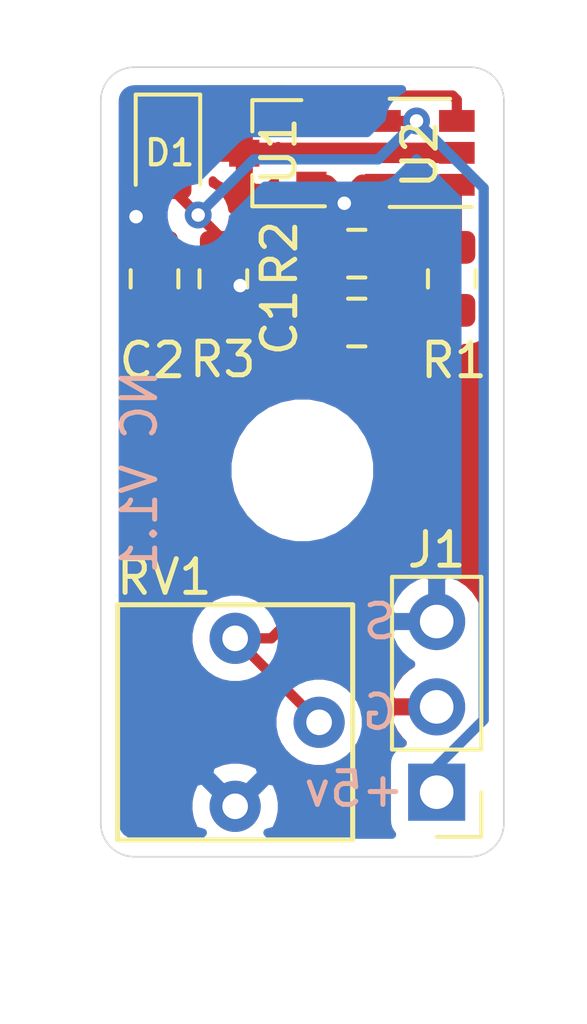
<source format=kicad_pcb>
(kicad_pcb (version 20171130) (host pcbnew "(5.1.5)-3")

  (general
    (thickness 1.6)
    (drawings 12)
    (tracks 58)
    (zones 0)
    (modules 11)
    (nets 7)
  )

  (page A4)
  (layers
    (0 F.Cu signal)
    (31 B.Cu signal)
    (32 B.Adhes user)
    (33 F.Adhes user)
    (34 B.Paste user)
    (35 F.Paste user)
    (36 B.SilkS user)
    (37 F.SilkS user)
    (38 B.Mask user)
    (39 F.Mask user)
    (40 Dwgs.User user)
    (41 Cmts.User user)
    (42 Eco1.User user)
    (43 Eco2.User user)
    (44 Edge.Cuts user)
    (45 Margin user)
    (46 B.CrtYd user)
    (47 F.CrtYd user)
    (48 B.Fab user)
    (49 F.Fab user)
  )

  (setup
    (last_trace_width 0.3048)
    (trace_clearance 0.2032)
    (zone_clearance 0.508)
    (zone_45_only no)
    (trace_min 0.2)
    (via_size 0.8)
    (via_drill 0.4)
    (via_min_size 0.4)
    (via_min_drill 0.3)
    (uvia_size 0.3)
    (uvia_drill 0.1)
    (uvias_allowed no)
    (uvia_min_size 0.2)
    (uvia_min_drill 0.1)
    (edge_width 0.05)
    (segment_width 0.2)
    (pcb_text_width 0.3)
    (pcb_text_size 1.5 1.5)
    (mod_edge_width 0.12)
    (mod_text_size 1 1)
    (mod_text_width 0.15)
    (pad_size 1.524 1.524)
    (pad_drill 0.762)
    (pad_to_mask_clearance 0.051)
    (solder_mask_min_width 0.25)
    (aux_axis_origin 0 0)
    (visible_elements 7FFDFFFF)
    (pcbplotparams
      (layerselection 0x010fc_ffffffff)
      (usegerberextensions false)
      (usegerberattributes false)
      (usegerberadvancedattributes false)
      (creategerberjobfile true)
      (excludeedgelayer true)
      (linewidth 0.100000)
      (plotframeref false)
      (viasonmask false)
      (mode 1)
      (useauxorigin false)
      (hpglpennumber 1)
      (hpglpenspeed 20)
      (hpglpendiameter 15.000000)
      (psnegative false)
      (psa4output false)
      (plotreference true)
      (plotvalue true)
      (plotinvisibletext false)
      (padsonsilk false)
      (subtractmaskfromsilk true)
      (outputformat 1)
      (mirror false)
      (drillshape 0)
      (scaleselection 1)
      (outputdirectory "Gerbers/"))
  )

  (net 0 "")
  (net 1 GND)
  (net 2 "Net-(C1-Pad1)")
  (net 3 +5V)
  (net 4 Signal)
  (net 5 "Net-(R1-Pad1)")
  (net 6 "Net-(U1-Pad2)")

  (net_class Default "This is the default net class."
    (clearance 0.2032)
    (trace_width 0.3048)
    (via_dia 0.8)
    (via_drill 0.4)
    (uvia_dia 0.3)
    (uvia_drill 0.1)
    (add_net "Net-(C1-Pad1)")
    (add_net "Net-(R1-Pad1)")
    (add_net "Net-(U1-Pad2)")
    (add_net Signal)
  )

  (net_class Power ""
    (clearance 0.2032)
    (trace_width 0.6096)
    (via_dia 0.8)
    (via_drill 0.4)
    (uvia_dia 0.3)
    (uvia_drill 0.1)
    (add_net +5V)
    (add_net GND)
  )

  (module HallEffect:MountingHole_3.2mm_M3 (layer F.Cu) (tedit 56D1B4CB) (tstamp 6007B9B3)
    (at 144 69)
    (descr "Mounting Hole 3.2mm, no annular, M3")
    (tags "mounting hole 3.2mm no annular m3")
    (path /60082DD5)
    (attr virtual)
    (fp_text reference H1 (at 0.1 0.05) (layer F.SilkS)
      (effects (font (size 1 1) (thickness 0.15)))
    )
    (fp_text value MountingHole (at 0 4.2) (layer F.Fab)
      (effects (font (size 1 1) (thickness 0.15)))
    )
    (fp_circle (center 0 0) (end 3.45 0) (layer F.CrtYd) (width 0.05))
    (fp_circle (center 0 0) (end 3.2 0) (layer Cmts.User) (width 0.15))
    (fp_text user %R (at 0.3 0) (layer F.Fab)
      (effects (font (size 1 1) (thickness 0.15)))
    )
    (pad 1 np_thru_hole circle (at 0 0) (size 3.2 3.2) (drill 3.2) (layers *.Cu *.Mask))
  )

  (module Package_TO_SOT_SMD:SOT-23-5 (layer F.Cu) (tedit 5A02FF57) (tstamp 6007B202)
    (at 147.5 59.55 180)
    (descr "5-pin SOT23 package")
    (tags SOT-23-5)
    (path /6007B14C)
    (attr smd)
    (fp_text reference U2 (at 0 -0.05 90) (layer F.SilkS)
      (effects (font (size 1 1) (thickness 0.15)))
    )
    (fp_text value TL331 (at 0 2.9) (layer F.Fab)
      (effects (font (size 1 1) (thickness 0.15)))
    )
    (fp_line (start 0.9 -1.55) (end 0.9 1.55) (layer F.Fab) (width 0.1))
    (fp_line (start 0.9 1.55) (end -0.9 1.55) (layer F.Fab) (width 0.1))
    (fp_line (start -0.9 -0.9) (end -0.9 1.55) (layer F.Fab) (width 0.1))
    (fp_line (start 0.9 -1.55) (end -0.25 -1.55) (layer F.Fab) (width 0.1))
    (fp_line (start -0.9 -0.9) (end -0.25 -1.55) (layer F.Fab) (width 0.1))
    (fp_line (start -1.9 1.8) (end -1.9 -1.8) (layer F.CrtYd) (width 0.05))
    (fp_line (start 1.9 1.8) (end -1.9 1.8) (layer F.CrtYd) (width 0.05))
    (fp_line (start 1.9 -1.8) (end 1.9 1.8) (layer F.CrtYd) (width 0.05))
    (fp_line (start -1.9 -1.8) (end 1.9 -1.8) (layer F.CrtYd) (width 0.05))
    (fp_line (start 0.9 -1.61) (end -1.55 -1.61) (layer F.SilkS) (width 0.12))
    (fp_line (start -0.9 1.61) (end 0.9 1.61) (layer F.SilkS) (width 0.12))
    (fp_text user %R (at 0 0 90) (layer F.Fab)
      (effects (font (size 0.5 0.5) (thickness 0.075)))
    )
    (pad 5 smd rect (at 1.1 -0.95 180) (size 1.06 0.65) (layers F.Cu F.Paste F.Mask)
      (net 3 +5V))
    (pad 4 smd rect (at 1.1 0.95 180) (size 1.06 0.65) (layers F.Cu F.Paste F.Mask)
      (net 4 Signal))
    (pad 3 smd rect (at -1.1 0.95 180) (size 1.06 0.65) (layers F.Cu F.Paste F.Mask)
      (net 6 "Net-(U1-Pad2)"))
    (pad 2 smd rect (at -1.1 0 180) (size 1.06 0.65) (layers F.Cu F.Paste F.Mask)
      (net 1 GND))
    (pad 1 smd rect (at -1.1 -0.95 180) (size 1.06 0.65) (layers F.Cu F.Paste F.Mask)
      (net 2 "Net-(C1-Pad1)"))
    (model ${KISYS3DMOD}/Package_TO_SOT_SMD.3dshapes/SOT-23-5.wrl
      (at (xyz 0 0 0))
      (scale (xyz 1 1 1))
      (rotate (xyz 0 0 0))
    )
  )

  (module HallEffect:SOT-23 (layer F.Cu) (tedit 5EB075FF) (tstamp 6007C55F)
    (at 143.272 59.5605 180)
    (descr "SOT-23, Standard")
    (tags SOT-23)
    (path /5FEA3EB5)
    (attr smd)
    (fp_text reference U1 (at -0.028 0.0605 90) (layer F.SilkS)
      (effects (font (size 1 1) (thickness 0.15)))
    )
    (fp_text value SS49E (at 0 2.5) (layer F.Fab)
      (effects (font (size 1 1) (thickness 0.15)))
    )
    (fp_text user %R (at 0 0 90) (layer F.Fab)
      (effects (font (size 0.5 0.5) (thickness 0.075)))
    )
    (fp_line (start -0.7 -0.95) (end -0.7 1.5) (layer F.Fab) (width 0.1))
    (fp_line (start -0.15 -1.52) (end 0.7 -1.52) (layer F.Fab) (width 0.1))
    (fp_line (start -0.7 -0.95) (end -0.15 -1.52) (layer F.Fab) (width 0.1))
    (fp_line (start 0.7 -1.52) (end 0.7 1.52) (layer F.Fab) (width 0.1))
    (fp_line (start -0.7 1.52) (end 0.7 1.52) (layer F.Fab) (width 0.1))
    (fp_line (start 0.76 1.58) (end 0.76 0.65) (layer F.SilkS) (width 0.12))
    (fp_line (start 0.76 -1.58) (end 0.76 -0.65) (layer F.SilkS) (width 0.12))
    (fp_line (start -1.7 -1.75) (end 1.7 -1.75) (layer F.CrtYd) (width 0.05))
    (fp_line (start 1.7 -1.75) (end 1.7 1.75) (layer F.CrtYd) (width 0.05))
    (fp_line (start 1.7 1.75) (end -1.7 1.75) (layer F.CrtYd) (width 0.05))
    (fp_line (start -1.7 1.75) (end -1.7 -1.75) (layer F.CrtYd) (width 0.05))
    (fp_line (start 0.76 -1.58) (end -1.4 -1.58) (layer F.SilkS) (width 0.12))
    (fp_line (start 0.76 1.58) (end -0.7 1.58) (layer F.SilkS) (width 0.12))
    (pad 1 smd rect (at -1 -0.95 180) (size 0.9 0.8) (layers F.Cu F.Paste F.Mask)
      (net 3 +5V))
    (pad 2 smd rect (at -1 0.95 180) (size 0.9 0.8) (layers F.Cu F.Paste F.Mask)
      (net 6 "Net-(U1-Pad2)"))
    (pad 3 smd rect (at 1 0 180) (size 0.9 0.8) (layers F.Cu F.Paste F.Mask)
      (net 1 GND))
    (model ${KIPRJMOD}/Library/3D_Packages/SOT-23.step
      (at (xyz 0 0 0))
      (scale (xyz 1 1 1))
      (rotate (xyz 0 0 0))
    )
  )

  (module HallEffect:CT6EP103 (layer F.Cu) (tedit 5EFFC1F9) (tstamp 5FEC5C1C)
    (at 142 76.5 270)
    (path /5FEAFE4B)
    (fp_text reference RV1 (at -4.324 2.1095 180) (layer F.SilkS)
      (effects (font (size 1 1) (thickness 0.15)))
    )
    (fp_text value 10K (at 0 -4.5 90) (layer F.Fab)
      (effects (font (size 1 1) (thickness 0.15)))
    )
    (fp_line (start 3.5 -3.5) (end 0 -3.5) (layer F.SilkS) (width 0.15))
    (fp_line (start 3.5 3.5) (end 3.5 -3.5) (layer F.SilkS) (width 0.15))
    (fp_line (start -3.5 3.5) (end 3.5 3.5) (layer F.SilkS) (width 0.15))
    (fp_line (start -3.5 -3.5) (end -3.5 3.5) (layer F.SilkS) (width 0.15))
    (fp_line (start 0 -3.5) (end -3.5 -3.5) (layer F.SilkS) (width 0.15))
    (pad 3 thru_hole circle (at 2.5 0 270) (size 1.524 1.524) (drill 0.762) (layers *.Cu *.Mask)
      (net 3 +5V))
    (pad 2 thru_hole circle (at 0 -2.5 270) (size 1.524 1.524) (drill 0.762) (layers *.Cu *.Mask)
      (net 5 "Net-(R1-Pad1)"))
    (pad 1 thru_hole circle (at -2.5 0 270) (size 1.524 1.524) (drill 0.762) (layers *.Cu *.Mask)
      (net 5 "Net-(R1-Pad1)"))
    (model "${KIPRJMOD}/Library/3D_Packages/CT-6EP10k_(103).stp"
      (offset (xyz 0 0 5.8))
      (scale (xyz 1 1 1))
      (rotate (xyz 0 0 0))
    )
  )

  (module HallEffect:R_0805_2012Metric (layer F.Cu) (tedit 5EB075F5) (tstamp 6007C697)
    (at 141.65 63.3 90)
    (descr "Resistor SMD 0805 (2012 Metric), square (rectangular) end terminal, IPC_7351 nominal, (Body size source: https://docs.google.com/spreadsheets/d/1BsfQQcO9C6DZCsRaXUlFlo91Tg2WpOkGARC1WS5S8t0/edit?usp=sharing), generated with kicad-footprint-generator")
    (tags resistor)
    (path /5FEB5185)
    (attr smd)
    (fp_text reference R3 (at -2.4 -0.0185 180) (layer F.SilkS)
      (effects (font (size 1 1) (thickness 0.15)))
    )
    (fp_text value 1k (at 3.3805 -0.0635 90) (layer F.Fab)
      (effects (font (size 1 1) (thickness 0.15)))
    )
    (fp_text user %R (at 0 0 90) (layer F.Fab)
      (effects (font (size 0.5 0.5) (thickness 0.08)))
    )
    (fp_line (start 1.68 0.95) (end -1.68 0.95) (layer F.CrtYd) (width 0.05))
    (fp_line (start 1.68 -0.95) (end 1.68 0.95) (layer F.CrtYd) (width 0.05))
    (fp_line (start -1.68 -0.95) (end 1.68 -0.95) (layer F.CrtYd) (width 0.05))
    (fp_line (start -1.68 0.95) (end -1.68 -0.95) (layer F.CrtYd) (width 0.05))
    (fp_line (start -0.258578 0.71) (end 0.258578 0.71) (layer F.SilkS) (width 0.12))
    (fp_line (start -0.258578 -0.71) (end 0.258578 -0.71) (layer F.SilkS) (width 0.12))
    (fp_line (start 1 0.6) (end -1 0.6) (layer F.Fab) (width 0.1))
    (fp_line (start 1 -0.6) (end 1 0.6) (layer F.Fab) (width 0.1))
    (fp_line (start -1 -0.6) (end 1 -0.6) (layer F.Fab) (width 0.1))
    (fp_line (start -1 0.6) (end -1 -0.6) (layer F.Fab) (width 0.1))
    (pad 2 smd roundrect (at 0.9375 0 90) (size 0.975 1.4) (layers F.Cu F.Paste F.Mask) (roundrect_rratio 0.25)
      (net 4 Signal))
    (pad 1 smd roundrect (at -0.9375 0 90) (size 0.975 1.4) (layers F.Cu F.Paste F.Mask) (roundrect_rratio 0.25)
      (net 3 +5V))
    (model ${KIPRJMOD}/Library/3D_Packages/R_0805_2012Metric.step
      (at (xyz 0 0 0))
      (scale (xyz 1 1 1))
      (rotate (xyz 0 0 0))
    )
  )

  (module HallEffect:R_0805_2012Metric (layer F.Cu) (tedit 5EB075F5) (tstamp 6007C2F3)
    (at 145.6205 62.55 180)
    (descr "Resistor SMD 0805 (2012 Metric), square (rectangular) end terminal, IPC_7351 nominal, (Body size source: https://docs.google.com/spreadsheets/d/1BsfQQcO9C6DZCsRaXUlFlo91Tg2WpOkGARC1WS5S8t0/edit?usp=sharing), generated with kicad-footprint-generator")
    (tags resistor)
    (path /5FEADFC8)
    (attr smd)
    (fp_text reference R2 (at 2.301 0 270) (layer F.SilkS)
      (effects (font (size 1 1) (thickness 0.15)))
    )
    (fp_text value 10K (at 0.3325 1.4605) (layer F.Fab)
      (effects (font (size 1 1) (thickness 0.15)))
    )
    (fp_text user %R (at 0 0) (layer F.Fab)
      (effects (font (size 0.5 0.5) (thickness 0.08)))
    )
    (fp_line (start 1.68 0.95) (end -1.68 0.95) (layer F.CrtYd) (width 0.05))
    (fp_line (start 1.68 -0.95) (end 1.68 0.95) (layer F.CrtYd) (width 0.05))
    (fp_line (start -1.68 -0.95) (end 1.68 -0.95) (layer F.CrtYd) (width 0.05))
    (fp_line (start -1.68 0.95) (end -1.68 -0.95) (layer F.CrtYd) (width 0.05))
    (fp_line (start -0.258578 0.71) (end 0.258578 0.71) (layer F.SilkS) (width 0.12))
    (fp_line (start -0.258578 -0.71) (end 0.258578 -0.71) (layer F.SilkS) (width 0.12))
    (fp_line (start 1 0.6) (end -1 0.6) (layer F.Fab) (width 0.1))
    (fp_line (start 1 -0.6) (end 1 0.6) (layer F.Fab) (width 0.1))
    (fp_line (start -1 -0.6) (end 1 -0.6) (layer F.Fab) (width 0.1))
    (fp_line (start -1 0.6) (end -1 -0.6) (layer F.Fab) (width 0.1))
    (pad 2 smd roundrect (at 0.9375 0 180) (size 0.975 1.4) (layers F.Cu F.Paste F.Mask) (roundrect_rratio 0.25)
      (net 1 GND))
    (pad 1 smd roundrect (at -0.9375 0 180) (size 0.975 1.4) (layers F.Cu F.Paste F.Mask) (roundrect_rratio 0.25)
      (net 2 "Net-(C1-Pad1)"))
    (model ${KIPRJMOD}/Library/3D_Packages/R_0805_2012Metric.step
      (at (xyz 0 0 0))
      (scale (xyz 1 1 1))
      (rotate (xyz 0 0 0))
    )
  )

  (module HallEffect:R_0805_2012Metric (layer F.Cu) (tedit 5EB075F5) (tstamp 6007C3C8)
    (at 148.45 63.3 90)
    (descr "Resistor SMD 0805 (2012 Metric), square (rectangular) end terminal, IPC_7351 nominal, (Body size source: https://docs.google.com/spreadsheets/d/1BsfQQcO9C6DZCsRaXUlFlo91Tg2WpOkGARC1WS5S8t0/edit?usp=sharing), generated with kicad-footprint-generator")
    (tags resistor)
    (path /5FEAE921)
    (attr smd)
    (fp_text reference R1 (at -2.428 0.0635 180) (layer F.SilkS)
      (effects (font (size 1 1) (thickness 0.15)))
    )
    (fp_text value 1.0K (at 0 1.65 90) (layer F.Fab)
      (effects (font (size 1 1) (thickness 0.15)))
    )
    (fp_text user %R (at 0 0 90) (layer F.Fab)
      (effects (font (size 0.5 0.5) (thickness 0.08)))
    )
    (fp_line (start 1.68 0.95) (end -1.68 0.95) (layer F.CrtYd) (width 0.05))
    (fp_line (start 1.68 -0.95) (end 1.68 0.95) (layer F.CrtYd) (width 0.05))
    (fp_line (start -1.68 -0.95) (end 1.68 -0.95) (layer F.CrtYd) (width 0.05))
    (fp_line (start -1.68 0.95) (end -1.68 -0.95) (layer F.CrtYd) (width 0.05))
    (fp_line (start -0.258578 0.71) (end 0.258578 0.71) (layer F.SilkS) (width 0.12))
    (fp_line (start -0.258578 -0.71) (end 0.258578 -0.71) (layer F.SilkS) (width 0.12))
    (fp_line (start 1 0.6) (end -1 0.6) (layer F.Fab) (width 0.1))
    (fp_line (start 1 -0.6) (end 1 0.6) (layer F.Fab) (width 0.1))
    (fp_line (start -1 -0.6) (end 1 -0.6) (layer F.Fab) (width 0.1))
    (fp_line (start -1 0.6) (end -1 -0.6) (layer F.Fab) (width 0.1))
    (pad 2 smd roundrect (at 0.9375 0 90) (size 0.975 1.4) (layers F.Cu F.Paste F.Mask) (roundrect_rratio 0.25)
      (net 2 "Net-(C1-Pad1)"))
    (pad 1 smd roundrect (at -0.9375 0 90) (size 0.975 1.4) (layers F.Cu F.Paste F.Mask) (roundrect_rratio 0.25)
      (net 5 "Net-(R1-Pad1)"))
    (model ${KIPRJMOD}/Library/3D_Packages/R_0805_2012Metric.step
      (at (xyz 0 0 0))
      (scale (xyz 1 1 1))
      (rotate (xyz 0 0 0))
    )
  )

  (module HallEffect:PinHeader_1x03_P2.54mm_Vertical (layer F.Cu) (tedit 5EB075E6) (tstamp 5FEA0DBF)
    (at 148 78.58 180)
    (descr "Through hole straight pin header, 1x03, 2.54mm pitch, single row")
    (tags "Through hole pin header THT 1x03 2.54mm single row")
    (path /5FE9C107)
    (fp_text reference J1 (at 0 7.213) (layer F.SilkS)
      (effects (font (size 1 1) (thickness 0.15)))
    )
    (fp_text value Conn_01x03 (at 0 7.41) (layer F.Fab)
      (effects (font (size 1 1) (thickness 0.15)))
    )
    (fp_text user %R (at 0 2.54 90) (layer F.Fab)
      (effects (font (size 1 1) (thickness 0.15)))
    )
    (fp_line (start 1.8 -1.8) (end -1.8 -1.8) (layer F.CrtYd) (width 0.05))
    (fp_line (start 1.8 6.85) (end 1.8 -1.8) (layer F.CrtYd) (width 0.05))
    (fp_line (start -1.8 6.85) (end 1.8 6.85) (layer F.CrtYd) (width 0.05))
    (fp_line (start -1.8 -1.8) (end -1.8 6.85) (layer F.CrtYd) (width 0.05))
    (fp_line (start -1.33 -1.33) (end 0 -1.33) (layer F.SilkS) (width 0.12))
    (fp_line (start -1.33 0) (end -1.33 -1.33) (layer F.SilkS) (width 0.12))
    (fp_line (start -1.33 1.27) (end 1.33 1.27) (layer F.SilkS) (width 0.12))
    (fp_line (start 1.33 1.27) (end 1.33 6.41) (layer F.SilkS) (width 0.12))
    (fp_line (start -1.33 1.27) (end -1.33 6.41) (layer F.SilkS) (width 0.12))
    (fp_line (start -1.33 6.41) (end 1.33 6.41) (layer F.SilkS) (width 0.12))
    (fp_line (start -1.27 -0.635) (end -0.635 -1.27) (layer F.Fab) (width 0.1))
    (fp_line (start -1.27 6.35) (end -1.27 -0.635) (layer F.Fab) (width 0.1))
    (fp_line (start 1.27 6.35) (end -1.27 6.35) (layer F.Fab) (width 0.1))
    (fp_line (start 1.27 -1.27) (end 1.27 6.35) (layer F.Fab) (width 0.1))
    (fp_line (start -0.635 -1.27) (end 1.27 -1.27) (layer F.Fab) (width 0.1))
    (pad 3 thru_hole oval (at 0 5.08 180) (size 1.7 1.7) (drill 1) (layers *.Cu *.Mask)
      (net 3 +5V))
    (pad 2 thru_hole oval (at 0 2.54 180) (size 1.7 1.7) (drill 1) (layers *.Cu *.Mask)
      (net 1 GND))
    (pad 1 thru_hole rect (at 0 0 180) (size 1.7 1.7) (drill 1) (layers *.Cu *.Mask)
      (net 4 Signal))
    (model ${KIPRJMOD}/Library/3D_Packages/PinHeader_1x03_P2.54mm_Vertical.step
      (at (xyz 0 0 0))
      (scale (xyz 1 1 1))
      (rotate (xyz 0 0 0))
    )
  )

  (module HallEffect:LED_0805_2012Metric (layer F.Cu) (tedit 5EB07523) (tstamp 5FEC119A)
    (at 140 59.5 270)
    (descr "LED SMD 0805 (2012 Metric), square (rectangular) end terminal, IPC_7351 nominal, (Body size source: https://docs.google.com/spreadsheets/d/1BsfQQcO9C6DZCsRaXUlFlo91Tg2WpOkGARC1WS5S8t0/edit?usp=sharing), generated with kicad-footprint-generator")
    (tags diode)
    (path /5FEB5CD2)
    (attr smd)
    (fp_text reference D1 (at 0.05 -0.05) (layer F.SilkS)
      (effects (font (size 0.75 0.75) (thickness 0.125)))
    )
    (fp_text value LED (at 0 1.65 90) (layer F.Fab)
      (effects (font (size 1 1) (thickness 0.15)))
    )
    (fp_text user %R (at 0 0 90) (layer F.Fab)
      (effects (font (size 0.5 0.5) (thickness 0.08)))
    )
    (fp_line (start 1.68 0.95) (end -1.68 0.95) (layer F.CrtYd) (width 0.05))
    (fp_line (start 1.68 -0.95) (end 1.68 0.95) (layer F.CrtYd) (width 0.05))
    (fp_line (start -1.68 -0.95) (end 1.68 -0.95) (layer F.CrtYd) (width 0.05))
    (fp_line (start -1.68 0.95) (end -1.68 -0.95) (layer F.CrtYd) (width 0.05))
    (fp_line (start -1.685 0.96) (end 1 0.96) (layer F.SilkS) (width 0.12))
    (fp_line (start -1.685 -0.96) (end -1.685 0.96) (layer F.SilkS) (width 0.12))
    (fp_line (start 1 -0.96) (end -1.685 -0.96) (layer F.SilkS) (width 0.12))
    (fp_line (start 1 0.6) (end 1 -0.6) (layer F.Fab) (width 0.1))
    (fp_line (start -1 0.6) (end 1 0.6) (layer F.Fab) (width 0.1))
    (fp_line (start -1 -0.3) (end -1 0.6) (layer F.Fab) (width 0.1))
    (fp_line (start -0.7 -0.6) (end -1 -0.3) (layer F.Fab) (width 0.1))
    (fp_line (start 1 -0.6) (end -0.7 -0.6) (layer F.Fab) (width 0.1))
    (pad 2 smd roundrect (at 0.9375 0 270) (size 0.975 1.4) (layers F.Cu F.Paste F.Mask) (roundrect_rratio 0.25)
      (net 4 Signal))
    (pad 1 smd roundrect (at -0.9375 0 270) (size 0.975 1.4) (layers F.Cu F.Paste F.Mask) (roundrect_rratio 0.25)
      (net 1 GND))
    (model ${KIPRJMOD}/Library/3D_Packages/LED_0805_2012Metric.step
      (at (xyz 0 0 0))
      (scale (xyz 1 1 1))
      (rotate (xyz 0 0 0))
    )
  )

  (module HallEffect:C_0805_2012Metric (layer F.Cu) (tedit 5EB0750C) (tstamp 5FEBF1E4)
    (at 139.6 63.3 270)
    (descr "Capacitor SMD 0805 (2012 Metric), square (rectangular) end terminal, IPC_7351 nominal, (Body size source: https://docs.google.com/spreadsheets/d/1BsfQQcO9C6DZCsRaXUlFlo91Tg2WpOkGARC1WS5S8t0/edit?usp=sharing), generated with kicad-footprint-generator")
    (tags capacitor)
    (path /5FEAD587)
    (attr smd)
    (fp_text reference C2 (at 2.428 0.0635 180) (layer F.SilkS)
      (effects (font (size 1 1) (thickness 0.15)))
    )
    (fp_text value 1uF (at 3.8885 0.254 90) (layer F.Fab)
      (effects (font (size 1 1) (thickness 0.15)))
    )
    (fp_text user %R (at 0 0 90) (layer F.Fab)
      (effects (font (size 0.5 0.5) (thickness 0.08)))
    )
    (fp_line (start 1.68 0.95) (end -1.68 0.95) (layer F.CrtYd) (width 0.05))
    (fp_line (start 1.68 -0.95) (end 1.68 0.95) (layer F.CrtYd) (width 0.05))
    (fp_line (start -1.68 -0.95) (end 1.68 -0.95) (layer F.CrtYd) (width 0.05))
    (fp_line (start -1.68 0.95) (end -1.68 -0.95) (layer F.CrtYd) (width 0.05))
    (fp_line (start -0.258578 0.71) (end 0.258578 0.71) (layer F.SilkS) (width 0.12))
    (fp_line (start -0.258578 -0.71) (end 0.258578 -0.71) (layer F.SilkS) (width 0.12))
    (fp_line (start 1 0.6) (end -1 0.6) (layer F.Fab) (width 0.1))
    (fp_line (start 1 -0.6) (end 1 0.6) (layer F.Fab) (width 0.1))
    (fp_line (start -1 -0.6) (end 1 -0.6) (layer F.Fab) (width 0.1))
    (fp_line (start -1 0.6) (end -1 -0.6) (layer F.Fab) (width 0.1))
    (pad 2 smd roundrect (at 0.9375 0 270) (size 0.975 1.4) (layers F.Cu F.Paste F.Mask) (roundrect_rratio 0.25)
      (net 1 GND))
    (pad 1 smd roundrect (at -0.9375 0 270) (size 0.975 1.4) (layers F.Cu F.Paste F.Mask) (roundrect_rratio 0.25)
      (net 3 +5V))
    (model ${KIPRJMOD}/Library/3D_Packages/C_0805_2012Metric.step
      (at (xyz 0 0 0))
      (scale (xyz 1 1 1))
      (rotate (xyz 0 0 0))
    )
  )

  (module HallEffect:C_0805_2012Metric (layer F.Cu) (tedit 5EB0750C) (tstamp 5FEBF31D)
    (at 145.6205 64.6 180)
    (descr "Capacitor SMD 0805 (2012 Metric), square (rectangular) end terminal, IPC_7351 nominal, (Body size source: https://docs.google.com/spreadsheets/d/1BsfQQcO9C6DZCsRaXUlFlo91Tg2WpOkGARC1WS5S8t0/edit?usp=sharing), generated with kicad-footprint-generator")
    (tags capacitor)
    (path /5FEB3165)
    (attr smd)
    (fp_text reference C1 (at 2.301 0 90) (layer F.SilkS)
      (effects (font (size 1 1) (thickness 0.15)))
    )
    (fp_text value 0.1uF (at 0 -2.0955) (layer F.Fab)
      (effects (font (size 1 1) (thickness 0.15)))
    )
    (fp_text user %R (at 0 0) (layer F.Fab)
      (effects (font (size 0.5 0.5) (thickness 0.08)))
    )
    (fp_line (start 1.68 0.95) (end -1.68 0.95) (layer F.CrtYd) (width 0.05))
    (fp_line (start 1.68 -0.95) (end 1.68 0.95) (layer F.CrtYd) (width 0.05))
    (fp_line (start -1.68 -0.95) (end 1.68 -0.95) (layer F.CrtYd) (width 0.05))
    (fp_line (start -1.68 0.95) (end -1.68 -0.95) (layer F.CrtYd) (width 0.05))
    (fp_line (start -0.258578 0.71) (end 0.258578 0.71) (layer F.SilkS) (width 0.12))
    (fp_line (start -0.258578 -0.71) (end 0.258578 -0.71) (layer F.SilkS) (width 0.12))
    (fp_line (start 1 0.6) (end -1 0.6) (layer F.Fab) (width 0.1))
    (fp_line (start 1 -0.6) (end 1 0.6) (layer F.Fab) (width 0.1))
    (fp_line (start -1 -0.6) (end 1 -0.6) (layer F.Fab) (width 0.1))
    (fp_line (start -1 0.6) (end -1 -0.6) (layer F.Fab) (width 0.1))
    (pad 2 smd roundrect (at 0.9375 0 180) (size 0.975 1.4) (layers F.Cu F.Paste F.Mask) (roundrect_rratio 0.25)
      (net 1 GND))
    (pad 1 smd roundrect (at -0.9375 0 180) (size 0.975 1.4) (layers F.Cu F.Paste F.Mask) (roundrect_rratio 0.25)
      (net 2 "Net-(C1-Pad1)"))
    (model ${KIPRJMOD}/Library/3D_Packages/C_0805_2012Metric.step
      (at (xyz 0 0 0))
      (scale (xyz 1 1 1))
      (rotate (xyz 0 0 0))
    )
  )

  (gr_text "NC V1.1\n" (at 139.15 69.05 90) (layer B.SilkS)
    (effects (font (size 1 1) (thickness 0.15)) (justify mirror))
  )
  (gr_text G (at 146.304 76.2) (layer B.SilkS)
    (effects (font (size 1 1) (thickness 0.15)) (justify mirror))
  )
  (gr_text +5v (at 145.542 78.486) (layer B.SilkS)
    (effects (font (size 1 1) (thickness 0.15)) (justify mirror))
  )
  (gr_text S (at 146.304 73.5) (layer B.SilkS)
    (effects (font (size 1 1) (thickness 0.15)) (justify mirror))
  )
  (gr_arc (start 139 79.5) (end 138 79.5) (angle -90) (layer Edge.Cuts) (width 0.05))
  (gr_arc (start 149 79.5) (end 149 80.5) (angle -90) (layer Edge.Cuts) (width 0.05))
  (gr_arc (start 149 58) (end 150 58) (angle -90) (layer Edge.Cuts) (width 0.05))
  (gr_arc (start 139 58) (end 139 57) (angle -90) (layer Edge.Cuts) (width 0.05))
  (gr_line (start 138 58) (end 138 79.5) (layer Edge.Cuts) (width 0.05) (tstamp 5FEA1B98))
  (gr_line (start 149 80.5) (end 139 80.5) (layer Edge.Cuts) (width 0.05))
  (gr_line (start 150 58) (end 150 79.5) (layer Edge.Cuts) (width 0.05))
  (gr_line (start 139 57) (end 149 57) (layer Edge.Cuts) (width 0.05))

  (segment (start 139.554001 58.946999) (end 139.954 58.547) (width 0.3048) (layer F.Cu) (net 1))
  (segment (start 142.272 59.5605) (end 142.272 59.5605) (width 0.6096) (layer F.Cu) (net 1) (tstamp 600A5DA5))
  (segment (start 142.2825 59.55) (end 142.272 59.5605) (width 0.6096) (layer F.Cu) (net 1))
  (segment (start 148.6 59.55) (end 142.2825 59.55) (width 0.6096) (layer F.Cu) (net 1))
  (segment (start 148.45 62.725) (end 148.463 62.738) (width 0.3048) (layer F.Cu) (net 2))
  (segment (start 147.9885 62.738) (end 148.463 62.738) (width 0.3048) (layer F.Cu) (net 2))
  (segment (start 146.4535 62.824) (end 146.558 62.9285) (width 0.3048) (layer F.Cu) (net 2))
  (segment (start 146.7485 62.738) (end 146.558 62.9285) (width 0.3048) (layer F.Cu) (net 2))
  (segment (start 148.463 62.45) (end 146.7485 62.45) (width 0.3048) (layer F.Cu) (net 2))
  (segment (start 146.558 64.9605) (end 146.558 62.9285) (width 0.3048) (layer F.Cu) (net 2))
  (segment (start 146.4 62.392) (end 146.558 62.55) (width 0.3048) (layer F.Cu) (net 2))
  (segment (start 148.463 60.637) (end 148.6 60.5) (width 0.3048) (layer F.Cu) (net 2))
  (segment (start 147.043527 62.064473) (end 146.558 62.55) (width 0.3048) (layer F.Cu) (net 2))
  (segment (start 148.6 62.2125) (end 148.45 62.3625) (width 0.3048) (layer F.Cu) (net 2))
  (segment (start 148.6 60.5) (end 148.6 62.2125) (width 0.3048) (layer F.Cu) (net 2))
  (via (at 142.15 63.5) (size 0.8) (drill 0.4) (layers F.Cu B.Cu) (net 3) (tstamp 600A5F4B))
  (via (at 145.25 61.05) (size 0.8) (drill 0.4) (layers F.Cu B.Cu) (net 3) (tstamp 6008D897))
  (segment (start 139.446 62.738) (end 139.446 62.738) (width 0.6096) (layer F.Cu) (net 3))
  (segment (start 139.446 62.738) (end 139.7935 62.738) (width 0.6096) (layer F.Cu) (net 3) (tstamp 6007C0D9))
  (via (at 139.05 61.45) (size 0.8) (drill 0.4) (layers F.Cu B.Cu) (net 3))
  (segment (start 139.6 62) (end 139.05 61.45) (width 0.6096) (layer F.Cu) (net 3))
  (segment (start 139.6 62.3625) (end 139.6 62) (width 0.6096) (layer F.Cu) (net 3))
  (segment (start 141.65 64.2375) (end 141.6625 64.2375) (width 0.6096) (layer F.Cu) (net 3))
  (segment (start 148 73.5) (end 148 73.6) (width 0.3048) (layer B.Cu) (net 3))
  (segment (start 141.65 63.95) (end 142.15 63.45) (width 0.6096) (layer F.Cu) (net 3))
  (segment (start 141.65 64.2375) (end 141.65 63.95) (width 0.6096) (layer F.Cu) (net 3))
  (segment (start 145.8 60.5) (end 145.25 61.05) (width 0.6096) (layer F.Cu) (net 3))
  (segment (start 146.4 60.5) (end 145.8 60.5) (width 0.6096) (layer F.Cu) (net 3))
  (segment (start 144.7105 60.5105) (end 145.25 61.05) (width 0.6096) (layer F.Cu) (net 3))
  (segment (start 144.272 60.5105) (end 144.7105 60.5105) (width 0.6096) (layer F.Cu) (net 3))
  (via (at 140.9 61.4) (size 0.8) (drill 0.4) (layers F.Cu B.Cu) (net 4) (tstamp 6007BD83))
  (segment (start 141.65 62.15) (end 140.9 61.4) (width 0.3048) (layer F.Cu) (net 4))
  (segment (start 141.65 62.3625) (end 141.65 62.15) (width 0.3048) (layer F.Cu) (net 4))
  (segment (start 140 60.5) (end 140.9 61.4) (width 0.3048) (layer F.Cu) (net 4))
  (segment (start 140 60.4375) (end 140 60.5) (width 0.3048) (layer F.Cu) (net 4))
  (segment (start 148 77.82429) (end 149.399999 76.424291) (width 0.3048) (layer B.Cu) (net 4))
  (segment (start 148 78.58) (end 148 77.82429) (width 0.3048) (layer B.Cu) (net 4))
  (segment (start 146.451 58.6105) (end 146.4535 58.608) (width 0.3048) (layer F.Cu) (net 4))
  (via (at 147.4 58.6) (size 0.8) (drill 0.4) (layers F.Cu B.Cu) (net 4))
  (segment (start 146.4 58.6) (end 147.4 58.6) (width 0.3048) (layer F.Cu) (net 4))
  (segment (start 149.399999 60.599999) (end 147.4 58.6) (width 0.3048) (layer B.Cu) (net 4))
  (segment (start 149.399999 76.424291) (end 149.399999 60.599999) (width 0.3048) (layer B.Cu) (net 4))
  (segment (start 141.299999 61.000001) (end 140.9 61.4) (width 0.3048) (layer B.Cu) (net 4))
  (segment (start 146.255601 59.744399) (end 142.555601 59.744399) (width 0.3048) (layer B.Cu) (net 4))
  (segment (start 142.555601 59.744399) (end 141.299999 61.000001) (width 0.3048) (layer B.Cu) (net 4))
  (segment (start 147.4 58.6) (end 146.255601 59.744399) (width 0.3048) (layer B.Cu) (net 4))
  (segment (start 143.07763 74) (end 142 74) (width 0.3048) (layer F.Cu) (net 5))
  (segment (start 148.463 64.613) (end 146.794399 66.281601) (width 0.3048) (layer F.Cu) (net 5))
  (segment (start 146.794399 66.281601) (end 146.794399 70.283231) (width 0.3048) (layer F.Cu) (net 5))
  (segment (start 146.794399 70.283231) (end 143.07763 74) (width 0.3048) (layer F.Cu) (net 5))
  (segment (start 144.5 76.5) (end 142 74) (width 0.3048) (layer F.Cu) (net 5))
  (segment (start 144.2825 58.6) (end 144.272 58.6105) (width 0.3048) (layer F.Cu) (net 6))
  (segment (start 144.322 58.6105) (end 144.272 58.6105) (width 0.3048) (layer F.Cu) (net 6))
  (segment (start 144.272 57.9057) (end 144.272 58.6105) (width 0.3048) (layer F.Cu) (net 6))
  (segment (start 148.474199 57.844399) (end 144.333301 57.844399) (width 0.3048) (layer F.Cu) (net 6))
  (segment (start 148.6 57.9702) (end 148.474199 57.844399) (width 0.3048) (layer F.Cu) (net 6))
  (segment (start 144.333301 57.844399) (end 144.272 57.9057) (width 0.3048) (layer F.Cu) (net 6))
  (segment (start 148.6 58.6) (end 148.6 57.9702) (width 0.3048) (layer F.Cu) (net 6))

  (zone (net 3) (net_name +5V) (layer B.Cu) (tstamp 6007C04B) (hatch edge 0.508)
    (connect_pads (clearance 0.508))
    (min_thickness 0.254)
    (fill yes (arc_segments 32) (thermal_gap 0.508) (thermal_bridge_width 0.508))
    (polygon
      (pts
        (xy 152.5 85) (xy 135.5 85) (xy 135 55) (xy 152 55)
      )
    )
    (filled_polygon
      (pts
        (xy 146.909744 57.682795) (xy 146.740226 57.796063) (xy 146.596063 57.940226) (xy 146.482795 58.109744) (xy 146.404774 58.298102)
        (xy 146.365 58.498061) (xy 146.365 58.521449) (xy 145.929451 58.956999) (xy 142.594263 58.956999) (xy 142.5556 58.953191)
        (xy 142.516937 58.956999) (xy 142.516928 58.956999) (xy 142.401244 58.968393) (xy 142.252818 59.013417) (xy 142.116029 59.086533)
        (xy 142.116027 59.086534) (xy 142.116028 59.086534) (xy 142.02617 59.160278) (xy 142.026168 59.16028) (xy 141.996132 59.18493)
        (xy 141.971482 59.214966) (xy 140.82145 60.365) (xy 140.798061 60.365) (xy 140.598102 60.404774) (xy 140.409744 60.482795)
        (xy 140.240226 60.596063) (xy 140.096063 60.740226) (xy 139.982795 60.909744) (xy 139.904774 61.098102) (xy 139.865 61.298061)
        (xy 139.865 61.501939) (xy 139.904774 61.701898) (xy 139.982795 61.890256) (xy 140.096063 62.059774) (xy 140.240226 62.203937)
        (xy 140.409744 62.317205) (xy 140.598102 62.395226) (xy 140.798061 62.435) (xy 141.001939 62.435) (xy 141.201898 62.395226)
        (xy 141.390256 62.317205) (xy 141.559774 62.203937) (xy 141.703937 62.059774) (xy 141.817205 61.890256) (xy 141.895226 61.701898)
        (xy 141.935 61.501939) (xy 141.935 61.47855) (xy 142.881753 60.531799) (xy 146.216938 60.531799) (xy 146.255601 60.535607)
        (xy 146.294264 60.531799) (xy 146.294274 60.531799) (xy 146.409958 60.520405) (xy 146.558384 60.475381) (xy 146.695173 60.402265)
        (xy 146.81507 60.303868) (xy 146.839728 60.273822) (xy 147.4 59.713551) (xy 148.6126 60.926152) (xy 148.612599 72.149226)
        (xy 148.356891 72.058519) (xy 148.127 72.179186) (xy 148.127 73.373) (xy 148.147 73.373) (xy 148.147 73.627)
        (xy 148.127 73.627) (xy 148.127 73.647) (xy 147.873 73.647) (xy 147.873 73.627) (xy 146.679845 73.627)
        (xy 146.558524 73.85689) (xy 146.603175 74.004099) (xy 146.728359 74.26692) (xy 146.902412 74.500269) (xy 147.118645 74.695178)
        (xy 147.235534 74.764805) (xy 147.053368 74.886525) (xy 146.846525 75.093368) (xy 146.68401 75.336589) (xy 146.572068 75.606842)
        (xy 146.515 75.89374) (xy 146.515 76.18626) (xy 146.572068 76.473158) (xy 146.68401 76.743411) (xy 146.846525 76.986632)
        (xy 146.97838 77.118487) (xy 146.90582 77.140498) (xy 146.795506 77.199463) (xy 146.698815 77.278815) (xy 146.619463 77.375506)
        (xy 146.560498 77.48582) (xy 146.524188 77.605518) (xy 146.511928 77.73) (xy 146.511928 79.43) (xy 146.524188 79.554482)
        (xy 146.560498 79.67418) (xy 146.619463 79.784494) (xy 146.665015 79.84) (xy 143.019608 79.84) (xy 142.965567 79.785959)
        (xy 143.205656 79.71898) (xy 143.322756 79.469952) (xy 143.389023 79.202865) (xy 143.40191 78.927983) (xy 143.360922 78.655867)
        (xy 143.267636 78.396977) (xy 143.205656 78.28102) (xy 142.965565 78.21404) (xy 142.179605 79) (xy 142.193748 79.014143)
        (xy 142.014143 79.193748) (xy 142 79.179605) (xy 141.985858 79.193748) (xy 141.806253 79.014143) (xy 141.820395 79)
        (xy 141.034435 78.21404) (xy 140.794344 78.28102) (xy 140.677244 78.530048) (xy 140.610977 78.797135) (xy 140.59809 79.072017)
        (xy 140.639078 79.344133) (xy 140.732364 79.603023) (xy 140.794344 79.71898) (xy 141.034433 79.785959) (xy 140.980392 79.84)
        (xy 139.032279 79.84) (xy 138.934576 79.83042) (xy 138.871643 79.81142) (xy 138.813594 79.780554) (xy 138.762657 79.739011)
        (xy 138.720752 79.688356) (xy 138.689485 79.630529) (xy 138.670044 79.567728) (xy 138.66 79.472165) (xy 138.66 78.034435)
        (xy 141.21404 78.034435) (xy 142 78.820395) (xy 142.78596 78.034435) (xy 142.71898 77.794344) (xy 142.469952 77.677244)
        (xy 142.202865 77.610977) (xy 141.927983 77.59809) (xy 141.655867 77.639078) (xy 141.396977 77.732364) (xy 141.28102 77.794344)
        (xy 141.21404 78.034435) (xy 138.66 78.034435) (xy 138.66 76.362408) (xy 143.103 76.362408) (xy 143.103 76.637592)
        (xy 143.156686 76.90749) (xy 143.261995 77.161727) (xy 143.41488 77.390535) (xy 143.609465 77.58512) (xy 143.838273 77.738005)
        (xy 144.09251 77.843314) (xy 144.362408 77.897) (xy 144.637592 77.897) (xy 144.90749 77.843314) (xy 145.161727 77.738005)
        (xy 145.390535 77.58512) (xy 145.58512 77.390535) (xy 145.738005 77.161727) (xy 145.843314 76.90749) (xy 145.897 76.637592)
        (xy 145.897 76.362408) (xy 145.843314 76.09251) (xy 145.738005 75.838273) (xy 145.58512 75.609465) (xy 145.390535 75.41488)
        (xy 145.161727 75.261995) (xy 144.90749 75.156686) (xy 144.637592 75.103) (xy 144.362408 75.103) (xy 144.09251 75.156686)
        (xy 143.838273 75.261995) (xy 143.609465 75.41488) (xy 143.41488 75.609465) (xy 143.261995 75.838273) (xy 143.156686 76.09251)
        (xy 143.103 76.362408) (xy 138.66 76.362408) (xy 138.66 73.862408) (xy 140.603 73.862408) (xy 140.603 74.137592)
        (xy 140.656686 74.40749) (xy 140.761995 74.661727) (xy 140.91488 74.890535) (xy 141.109465 75.08512) (xy 141.338273 75.238005)
        (xy 141.59251 75.343314) (xy 141.862408 75.397) (xy 142.137592 75.397) (xy 142.40749 75.343314) (xy 142.661727 75.238005)
        (xy 142.890535 75.08512) (xy 143.08512 74.890535) (xy 143.238005 74.661727) (xy 143.343314 74.40749) (xy 143.397 74.137592)
        (xy 143.397 73.862408) (xy 143.343314 73.59251) (xy 143.238005 73.338273) (xy 143.107601 73.14311) (xy 146.558524 73.14311)
        (xy 146.679845 73.373) (xy 147.873 73.373) (xy 147.873 72.179186) (xy 147.643109 72.058519) (xy 147.368748 72.155843)
        (xy 147.118645 72.304822) (xy 146.902412 72.499731) (xy 146.728359 72.73308) (xy 146.603175 72.995901) (xy 146.558524 73.14311)
        (xy 143.107601 73.14311) (xy 143.08512 73.109465) (xy 142.890535 72.91488) (xy 142.661727 72.761995) (xy 142.40749 72.656686)
        (xy 142.137592 72.603) (xy 141.862408 72.603) (xy 141.59251 72.656686) (xy 141.338273 72.761995) (xy 141.109465 72.91488)
        (xy 140.91488 73.109465) (xy 140.761995 73.338273) (xy 140.656686 73.59251) (xy 140.603 73.862408) (xy 138.66 73.862408)
        (xy 138.66 68.779872) (xy 141.765 68.779872) (xy 141.765 69.220128) (xy 141.85089 69.651925) (xy 142.019369 70.058669)
        (xy 142.263962 70.424729) (xy 142.575271 70.736038) (xy 142.941331 70.980631) (xy 143.348075 71.14911) (xy 143.779872 71.235)
        (xy 144.220128 71.235) (xy 144.651925 71.14911) (xy 145.058669 70.980631) (xy 145.424729 70.736038) (xy 145.736038 70.424729)
        (xy 145.980631 70.058669) (xy 146.14911 69.651925) (xy 146.235 69.220128) (xy 146.235 68.779872) (xy 146.14911 68.348075)
        (xy 145.980631 67.941331) (xy 145.736038 67.575271) (xy 145.424729 67.263962) (xy 145.058669 67.019369) (xy 144.651925 66.85089)
        (xy 144.220128 66.765) (xy 143.779872 66.765) (xy 143.348075 66.85089) (xy 142.941331 67.019369) (xy 142.575271 67.263962)
        (xy 142.263962 67.575271) (xy 142.019369 67.941331) (xy 141.85089 68.348075) (xy 141.765 68.779872) (xy 138.66 68.779872)
        (xy 138.66 58.032279) (xy 138.66958 57.934576) (xy 138.68858 57.871644) (xy 138.719445 57.813595) (xy 138.760989 57.762657)
        (xy 138.811644 57.720752) (xy 138.869471 57.689485) (xy 138.932272 57.670044) (xy 139.027835 57.66) (xy 146.964776 57.66)
      )
    )
  )
  (zone (net 1) (net_name GND) (layer F.Cu) (tstamp 6007C048) (hatch edge 0.508)
    (connect_pads (clearance 0.508))
    (min_thickness 0.254)
    (fill yes (arc_segments 32) (thermal_gap 0.508) (thermal_bridge_width 0.508))
    (polygon
      (pts
        (xy 152 85.5) (xy 135 85.5) (xy 135 55) (xy 152 55)
      )
    )
    (filled_polygon
      (pts
        (xy 143.467506 57.679963) (xy 143.370815 57.759315) (xy 143.291463 57.856006) (xy 143.232498 57.96632) (xy 143.196188 58.086018)
        (xy 143.183928 58.2105) (xy 143.183928 58.722405) (xy 143.173185 58.709315) (xy 143.076494 58.629963) (xy 142.96618 58.570998)
        (xy 142.846482 58.534688) (xy 142.722 58.522428) (xy 142.55775 58.5255) (xy 142.399 58.68425) (xy 142.399 59.4335)
        (xy 143.19825 59.4335) (xy 143.282857 59.348893) (xy 143.291463 59.364994) (xy 143.370815 59.461685) (xy 143.467506 59.541037)
        (xy 143.503918 59.5605) (xy 143.467506 59.579963) (xy 143.370815 59.659315) (xy 143.291463 59.756006) (xy 143.282857 59.772107)
        (xy 143.19825 59.6875) (xy 142.399 59.6875) (xy 142.399 60.43675) (xy 142.55775 60.5955) (xy 142.722 60.598572)
        (xy 142.846482 60.586312) (xy 142.96618 60.550002) (xy 143.076494 60.491037) (xy 143.173185 60.411685) (xy 143.183928 60.398595)
        (xy 143.183928 60.9105) (xy 143.196188 61.034982) (xy 143.232498 61.15468) (xy 143.291463 61.264994) (xy 143.370815 61.361685)
        (xy 143.467506 61.441037) (xy 143.57782 61.500002) (xy 143.650737 61.522121) (xy 143.605998 61.60582) (xy 143.569688 61.725518)
        (xy 143.557428 61.85) (xy 143.5605 62.26425) (xy 143.71925 62.423) (xy 144.556 62.423) (xy 144.556 62.403)
        (xy 144.81 62.403) (xy 144.81 62.423) (xy 144.83 62.423) (xy 144.83 62.677) (xy 144.81 62.677)
        (xy 144.81 64.473) (xy 144.83 64.473) (xy 144.83 64.727) (xy 144.81 64.727) (xy 144.81 65.77625)
        (xy 144.96875 65.935) (xy 145.1705 65.938072) (xy 145.294982 65.925812) (xy 145.41468 65.889502) (xy 145.524994 65.830537)
        (xy 145.621685 65.751185) (xy 145.685492 65.673436) (xy 145.690708 65.679792) (xy 145.824336 65.789458) (xy 145.976791 65.870947)
        (xy 146.100945 65.908609) (xy 146.063417 65.978819) (xy 146.018393 66.127245) (xy 146.006999 66.242929) (xy 146.006999 66.242938)
        (xy 146.003191 66.281601) (xy 146.006999 66.320264) (xy 146.006999 68.00499) (xy 145.980631 67.941331) (xy 145.736038 67.575271)
        (xy 145.424729 67.263962) (xy 145.058669 67.019369) (xy 144.651925 66.85089) (xy 144.220128 66.765) (xy 143.779872 66.765)
        (xy 143.348075 66.85089) (xy 142.941331 67.019369) (xy 142.575271 67.263962) (xy 142.263962 67.575271) (xy 142.019369 67.941331)
        (xy 141.85089 68.348075) (xy 141.765 68.779872) (xy 141.765 69.220128) (xy 141.85089 69.651925) (xy 142.019369 70.058669)
        (xy 142.263962 70.424729) (xy 142.575271 70.736038) (xy 142.941331 70.980631) (xy 143.348075 71.14911) (xy 143.779872 71.235)
        (xy 144.220128 71.235) (xy 144.651925 71.14911) (xy 144.930258 71.033821) (xy 142.969867 72.994212) (xy 142.890535 72.91488)
        (xy 142.661727 72.761995) (xy 142.40749 72.656686) (xy 142.137592 72.603) (xy 141.862408 72.603) (xy 141.59251 72.656686)
        (xy 141.338273 72.761995) (xy 141.109465 72.91488) (xy 140.91488 73.109465) (xy 140.761995 73.338273) (xy 140.656686 73.59251)
        (xy 140.603 73.862408) (xy 140.603 74.137592) (xy 140.656686 74.40749) (xy 140.761995 74.661727) (xy 140.91488 74.890535)
        (xy 141.109465 75.08512) (xy 141.338273 75.238005) (xy 141.59251 75.343314) (xy 141.862408 75.397) (xy 142.137592 75.397)
        (xy 142.25925 75.372801) (xy 143.127199 76.24075) (xy 143.103 76.362408) (xy 143.103 76.637592) (xy 143.156686 76.90749)
        (xy 143.261995 77.161727) (xy 143.41488 77.390535) (xy 143.609465 77.58512) (xy 143.838273 77.738005) (xy 144.09251 77.843314)
        (xy 144.362408 77.897) (xy 144.637592 77.897) (xy 144.90749 77.843314) (xy 145.161727 77.738005) (xy 145.390535 77.58512)
        (xy 145.58512 77.390535) (xy 145.738005 77.161727) (xy 145.843314 76.90749) (xy 145.897 76.637592) (xy 145.897 76.362408)
        (xy 145.843314 76.09251) (xy 145.738005 75.838273) (xy 145.58512 75.609465) (xy 145.390535 75.41488) (xy 145.161727 75.261995)
        (xy 144.90749 75.156686) (xy 144.637592 75.103) (xy 144.362408 75.103) (xy 144.24075 75.127199) (xy 143.65329 74.53974)
        (xy 143.661758 74.529422) (xy 147.323832 70.86735) (xy 147.353868 70.8427) (xy 147.452265 70.722803) (xy 147.525381 70.586014)
        (xy 147.570405 70.437588) (xy 147.581799 70.321904) (xy 147.581799 70.321895) (xy 147.585607 70.283232) (xy 147.581799 70.244569)
        (xy 147.581799 66.607751) (xy 148.82648 65.363072) (xy 148.90625 65.363072) (xy 149.078285 65.346128) (xy 149.243709 65.295947)
        (xy 149.34 65.244478) (xy 149.340001 72.854556) (xy 149.31599 72.796589) (xy 149.153475 72.553368) (xy 148.946632 72.346525)
        (xy 148.703411 72.18401) (xy 148.433158 72.072068) (xy 148.14626 72.015) (xy 147.85374 72.015) (xy 147.566842 72.072068)
        (xy 147.296589 72.18401) (xy 147.053368 72.346525) (xy 146.846525 72.553368) (xy 146.68401 72.796589) (xy 146.572068 73.066842)
        (xy 146.515 73.35374) (xy 146.515 73.64626) (xy 146.572068 73.933158) (xy 146.68401 74.203411) (xy 146.846525 74.446632)
        (xy 147.053368 74.653475) (xy 147.235534 74.775195) (xy 147.118645 74.844822) (xy 146.902412 75.039731) (xy 146.728359 75.27308)
        (xy 146.603175 75.535901) (xy 146.558524 75.68311) (xy 146.679845 75.913) (xy 147.873 75.913) (xy 147.873 75.893)
        (xy 148.127 75.893) (xy 148.127 75.913) (xy 148.147 75.913) (xy 148.147 76.167) (xy 148.127 76.167)
        (xy 148.127 76.187) (xy 147.873 76.187) (xy 147.873 76.167) (xy 146.679845 76.167) (xy 146.558524 76.39689)
        (xy 146.603175 76.544099) (xy 146.728359 76.80692) (xy 146.902412 77.040269) (xy 146.986466 77.116034) (xy 146.90582 77.140498)
        (xy 146.795506 77.199463) (xy 146.698815 77.278815) (xy 146.619463 77.375506) (xy 146.560498 77.48582) (xy 146.524188 77.605518)
        (xy 146.511928 77.73) (xy 146.511928 79.43) (xy 146.524188 79.554482) (xy 146.560498 79.67418) (xy 146.619463 79.784494)
        (xy 146.665015 79.84) (xy 143.118886 79.84) (xy 143.238005 79.661727) (xy 143.343314 79.40749) (xy 143.397 79.137592)
        (xy 143.397 78.862408) (xy 143.343314 78.59251) (xy 143.238005 78.338273) (xy 143.08512 78.109465) (xy 142.890535 77.91488)
        (xy 142.661727 77.761995) (xy 142.40749 77.656686) (xy 142.137592 77.603) (xy 141.862408 77.603) (xy 141.59251 77.656686)
        (xy 141.338273 77.761995) (xy 141.109465 77.91488) (xy 140.91488 78.109465) (xy 140.761995 78.338273) (xy 140.656686 78.59251)
        (xy 140.603 78.862408) (xy 140.603 79.137592) (xy 140.656686 79.40749) (xy 140.761995 79.661727) (xy 140.881114 79.84)
        (xy 139.032279 79.84) (xy 138.934576 79.83042) (xy 138.871643 79.81142) (xy 138.813594 79.780554) (xy 138.762657 79.739011)
        (xy 138.720752 79.688356) (xy 138.689485 79.630529) (xy 138.670044 79.567728) (xy 138.66 79.472165) (xy 138.66 65.31577)
        (xy 138.775518 65.350812) (xy 138.9 65.363072) (xy 139.31425 65.36) (xy 139.473 65.20125) (xy 139.473 64.3645)
        (xy 139.453 64.3645) (xy 139.453 64.1105) (xy 139.473 64.1105) (xy 139.473 64.0905) (xy 139.727 64.0905)
        (xy 139.727 64.1105) (xy 139.747 64.1105) (xy 139.747 64.3645) (xy 139.727 64.3645) (xy 139.727 65.20125)
        (xy 139.88575 65.36) (xy 140.3 65.363072) (xy 140.424482 65.350812) (xy 140.54418 65.314502) (xy 140.654494 65.255537)
        (xy 140.704268 65.214689) (xy 140.856291 65.295947) (xy 141.021715 65.346128) (xy 141.19375 65.363072) (xy 142.10625 65.363072)
        (xy 142.278285 65.346128) (xy 142.430348 65.3) (xy 143.557428 65.3) (xy 143.569688 65.424482) (xy 143.605998 65.54418)
        (xy 143.664963 65.654494) (xy 143.744315 65.751185) (xy 143.841006 65.830537) (xy 143.95132 65.889502) (xy 144.071018 65.925812)
        (xy 144.1955 65.938072) (xy 144.39725 65.935) (xy 144.556 65.77625) (xy 144.556 64.727) (xy 143.71925 64.727)
        (xy 143.5605 64.88575) (xy 143.557428 65.3) (xy 142.430348 65.3) (xy 142.443709 65.295947) (xy 142.596164 65.214458)
        (xy 142.729792 65.104792) (xy 142.839458 64.971164) (xy 142.920947 64.818709) (xy 142.971128 64.653285) (xy 142.988072 64.48125)
        (xy 142.988072 64.108687) (xy 143.067205 63.990256) (xy 143.145226 63.801898) (xy 143.185 63.601939) (xy 143.185 63.398061)
        (xy 143.15555 63.25) (xy 143.557428 63.25) (xy 143.569688 63.374482) (xy 143.605998 63.49418) (xy 143.649198 63.575)
        (xy 143.605998 63.65582) (xy 143.569688 63.775518) (xy 143.557428 63.9) (xy 143.5605 64.31425) (xy 143.71925 64.473)
        (xy 144.556 64.473) (xy 144.556 62.677) (xy 143.71925 62.677) (xy 143.5605 62.83575) (xy 143.557428 63.25)
        (xy 143.15555 63.25) (xy 143.145226 63.198102) (xy 143.067205 63.009744) (xy 142.953937 62.840226) (xy 142.95271 62.838999)
        (xy 142.971128 62.778285) (xy 142.988072 62.60625) (xy 142.988072 62.11875) (xy 142.971128 61.946715) (xy 142.920947 61.781291)
        (xy 142.839458 61.628836) (xy 142.729792 61.495208) (xy 142.596164 61.385542) (xy 142.443709 61.304053) (xy 142.278285 61.253872)
        (xy 142.10625 61.236928) (xy 141.92284 61.236928) (xy 141.895226 61.098102) (xy 141.817205 60.909744) (xy 141.703937 60.740226)
        (xy 141.559774 60.596063) (xy 141.390256 60.482795) (xy 141.338072 60.46118) (xy 141.338072 60.371787) (xy 141.370815 60.411685)
        (xy 141.467506 60.491037) (xy 141.57782 60.550002) (xy 141.697518 60.586312) (xy 141.822 60.598572) (xy 141.98625 60.5955)
        (xy 142.145 60.43675) (xy 142.145 59.6875) (xy 141.34575 59.6875) (xy 141.238208 59.795042) (xy 141.189458 59.703836)
        (xy 141.079792 59.570208) (xy 141.073436 59.564992) (xy 141.151185 59.501185) (xy 141.230537 59.404494) (xy 141.260566 59.348316)
        (xy 141.34575 59.4335) (xy 142.145 59.4335) (xy 142.145 58.68425) (xy 141.98625 58.5255) (xy 141.822 58.522428)
        (xy 141.697518 58.534688) (xy 141.57782 58.570998) (xy 141.467506 58.629963) (xy 141.370815 58.709315) (xy 141.292046 58.805296)
        (xy 141.17625 58.6895) (xy 140.127 58.6895) (xy 140.127 58.7095) (xy 139.873 58.7095) (xy 139.873 58.6895)
        (xy 138.82375 58.6895) (xy 138.665 58.84825) (xy 138.661928 59.05) (xy 138.674188 59.174482) (xy 138.710498 59.29418)
        (xy 138.769463 59.404494) (xy 138.848815 59.501185) (xy 138.926564 59.564992) (xy 138.920208 59.570208) (xy 138.810542 59.703836)
        (xy 138.729053 59.856291) (xy 138.678872 60.021715) (xy 138.661928 60.19375) (xy 138.661928 60.490469) (xy 138.66 60.491267)
        (xy 138.66 58.032279) (xy 138.66958 57.934576) (xy 138.68858 57.871644) (xy 138.719445 57.813595) (xy 138.7202 57.81267)
        (xy 138.710498 57.83082) (xy 138.674188 57.950518) (xy 138.661928 58.075) (xy 138.665 58.27675) (xy 138.82375 58.4355)
        (xy 139.873 58.4355) (xy 139.873 58.4155) (xy 140.127 58.4155) (xy 140.127 58.4355) (xy 141.17625 58.4355)
        (xy 141.335 58.27675) (xy 141.338072 58.075) (xy 141.325812 57.950518) (xy 141.289502 57.83082) (xy 141.230537 57.720506)
        (xy 141.180881 57.66) (xy 143.504854 57.66)
      )
    )
  )
)

</source>
